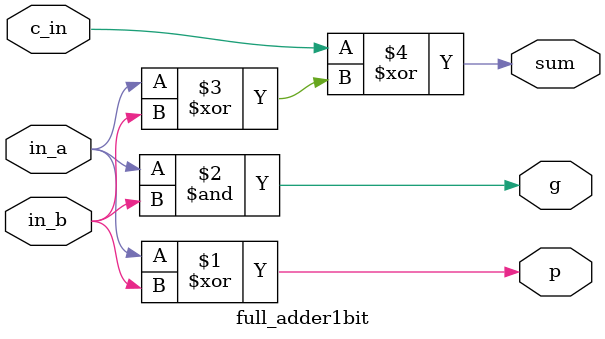
<source format=v>
module full_adder1bit(
    in_a,
    in_b,
    c_in,
    sum,
    p,
    g,
);

input in_a;
input in_b;
input c_in;
output sum;
output p;
output g;

assign p = in_a ^ in_b;
assign g = in_a & in_b; 
assign sum = c_in ^ (in_a ^ in_b);

endmodule 
</source>
